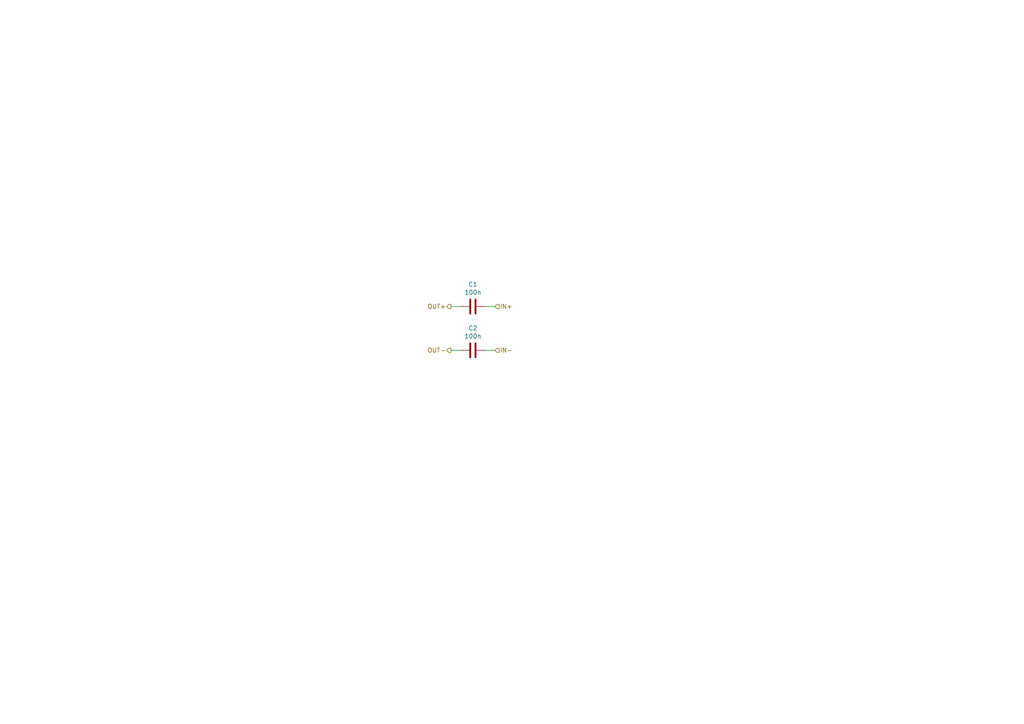
<source format=kicad_sch>
(kicad_sch (version 20250114) (generator "eeschema") (generator_version "9.0")
  (paper "A4")
  (lib_symbols
    (symbol "Device:C" (pin_numbers (hide yes)) (pin_names (offset 0.254))
      (property "Reference" "C" (at 0.635 2.54 0))
      (property "Value" "C" (at 0.635 -2.54 0))
      (symbol "C_0_1"
        (polyline (pts (xy -2.032 0.762) (xy 2.032 0.762)) (stroke (width 0.508)))
        (polyline (pts (xy -2.032 -0.762) (xy 2.032 -0.762)) (stroke (width 0.508)))
      )
      (symbol "C_1_1"
        (pin passive line (at 0 3.81 270) (length 2.794) (name "~") (number "1"))
        (pin passive line (at 0 -3.81 90) (length 2.794) (name "~") (number "2"))
      )
    )
  )
  (wire (pts (xy 133.35 88.9) (xy 130.81 88.9)))
  (wire (pts (xy 133.35 101.6) (xy 130.81 101.6)))
  (wire (pts (xy 140.97 88.9) (xy 143.51 88.9)))
  (wire (pts (xy 140.97 101.6) (xy 143.51 101.6)))
  (hierarchical_label "OUT-" (shape output) (at 130.81 101.6 180))
  (hierarchical_label "IN+" (shape input) (at 143.51 88.9 0))
  (hierarchical_label "IN-" (shape input) (at 143.51 101.6 0))
  (hierarchical_label "OUT+" (shape output) (at 130.81 88.9 180))
  (symbol (lib_id "Device:C") (at 137.16 88.9 270) (unit 1)
    (property "Reference" "C1" (at 137.16 82.4992 90))
    (property "Value" "100n" (at 137.16 84.8106 90))
    (property "Footprint" "Capacitor_SMD:C_0603_1608Metric" (effects (hide yes)))
    (instances (project "PCIexpress_x2_full" (path "" (reference "C1") (unit 1)) (path "" (reference "C3") (unit 1))))
  )
  (symbol (lib_id "Device:C") (at 137.16 101.6 90) (mirror x) (unit 1)
    (property "Reference" "C2" (at 137.16 95.1992 90))
    (property "Value" "100n" (at 137.16 97.5106 90))
    (property "Footprint" "Capacitor_SMD:C_0603_1608Metric" (effects (hide yes)))
    (instances (project "PCIexpress_x2_full" (path "" (reference "C2") (unit 1)) (path "" (reference "C4") (unit 1))))
  )
)
</source>
